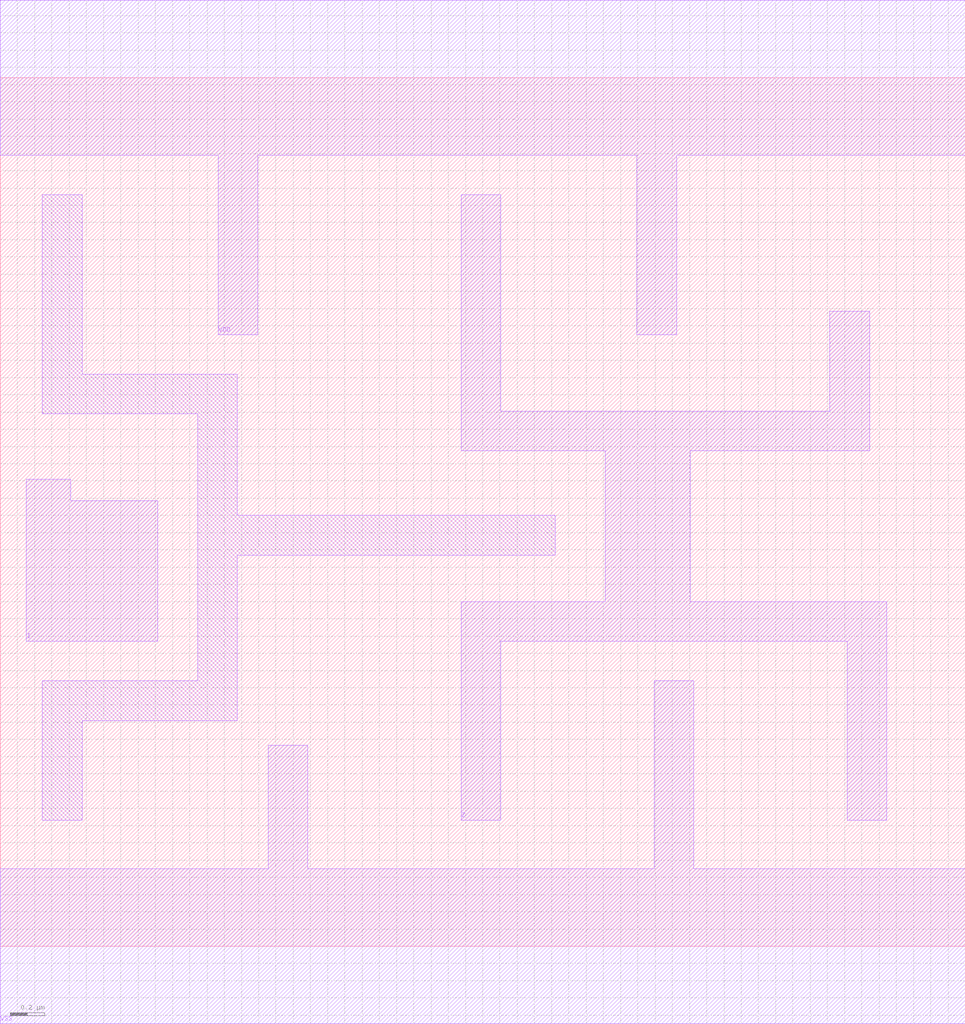
<source format=lef>
# Copyright 2022 GlobalFoundries PDK Authors
#
# Licensed under the Apache License, Version 2.0 (the "License");
# you may not use this file except in compliance with the License.
# You may obtain a copy of the License at
#
#      http://www.apache.org/licenses/LICENSE-2.0
#
# Unless required by applicable law or agreed to in writing, software
# distributed under the License is distributed on an "AS IS" BASIS,
# WITHOUT WARRANTIES OR CONDITIONS OF ANY KIND, either express or implied.
# See the License for the specific language governing permissions and
# limitations under the License.

MACRO gf180mcu_fd_sc_mcu9t5v0__buf_3
  CLASS core ;
  FOREIGN gf180mcu_fd_sc_mcu9t5v0__buf_3 0.0 0.0 ;
  ORIGIN 0 0 ;
  SYMMETRY X Y ;
  SITE GF018hv5v_green_sc9 ;
  SIZE 5.6 BY 5.04 ;
  PIN I
    DIRECTION INPUT ;
    ANTENNAGATEAREA 1.707 ;
    PORT
      LAYER Metal1 ;
        POLYGON 0.15 1.77 0.915 1.77 0.915 2.585 0.41 2.585 0.41 2.71 0.15 2.71  ;
    END
  END I
  PIN Z
    DIRECTION OUTPUT ;
    ANTENNADIFFAREA 3.207 ;
    PORT
      LAYER Metal1 ;
        POLYGON 2.675 2.875 3.22 2.875 3.51 2.875 3.51 2 2.675 2 2.675 0.73 2.905 0.73 2.905 1.77 4.915 1.77 4.915 0.73 5.145 0.73 5.145 2 4.005 2 4.005 2.875 5.045 2.875 5.045 3.685 4.815 3.685 4.815 3.105 3.22 3.105 2.905 3.105 2.905 4.36 2.675 4.36  ;
    END
  END Z
  PIN VDD
    DIRECTION INOUT ;
    USE power ;
    SHAPE ABUTMENT ;
    PORT
      LAYER Metal1 ;
        POLYGON 0 4.59 1.265 4.59 1.265 3.55 1.495 3.55 1.495 4.59 3.22 4.59 3.695 4.59 3.695 3.55 3.925 3.55 3.925 4.59 5.6 4.59 5.6 5.49 3.22 5.49 0 5.49  ;
    END
  END VDD
  PIN VSS
    DIRECTION INOUT ;
    USE ground ;
    SHAPE ABUTMENT ;
    PORT
      LAYER Metal1 ;
        POLYGON 0 -0.45 5.6 -0.45 5.6 0.45 4.025 0.45 4.025 1.54 3.795 1.54 3.795 0.45 1.785 0.45 1.785 1.165 1.555 1.165 1.555 0.45 0 0.45  ;
    END
  END VSS
  OBS
      LAYER Metal1 ;
        POLYGON 0.245 3.09 1.145 3.09 1.145 1.54 0.245 1.54 0.245 0.73 0.475 0.73 0.475 1.31 1.375 1.31 1.375 2.27 3.22 2.27 3.22 2.5 1.375 2.5 1.375 3.32 0.475 3.32 0.475 4.36 0.245 4.36  ;
  END
END gf180mcu_fd_sc_mcu9t5v0__buf_3

</source>
